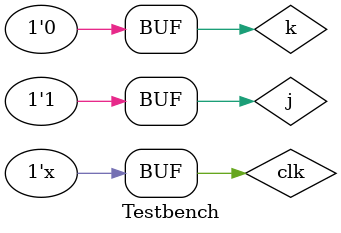
<source format=v>

module Testbench ;

 reg j ,k, clk ;
 wire qn, qnbar;
 
 always #60 clk = ~clk ;
 
 jk_flipflop i1( j, k, clk, qn, qnbar);
 
 initial begin
 
  j =1 ; k =0 ; clk = 0;
 #100 j = 0 ; k = 1;
 #100 j = 0 ; k = 0;
 #100 j = 1 ; k = 1;
 #100 j = 1 ; k = 1;
 #100 j = 1 ; k = 0 ;
 #100 j = 0 ; k = 0;
 #100 j = 1 ; k = 1;
 #100 j = 1 ; k = 0;
 
 end
  
endmodule

</source>
